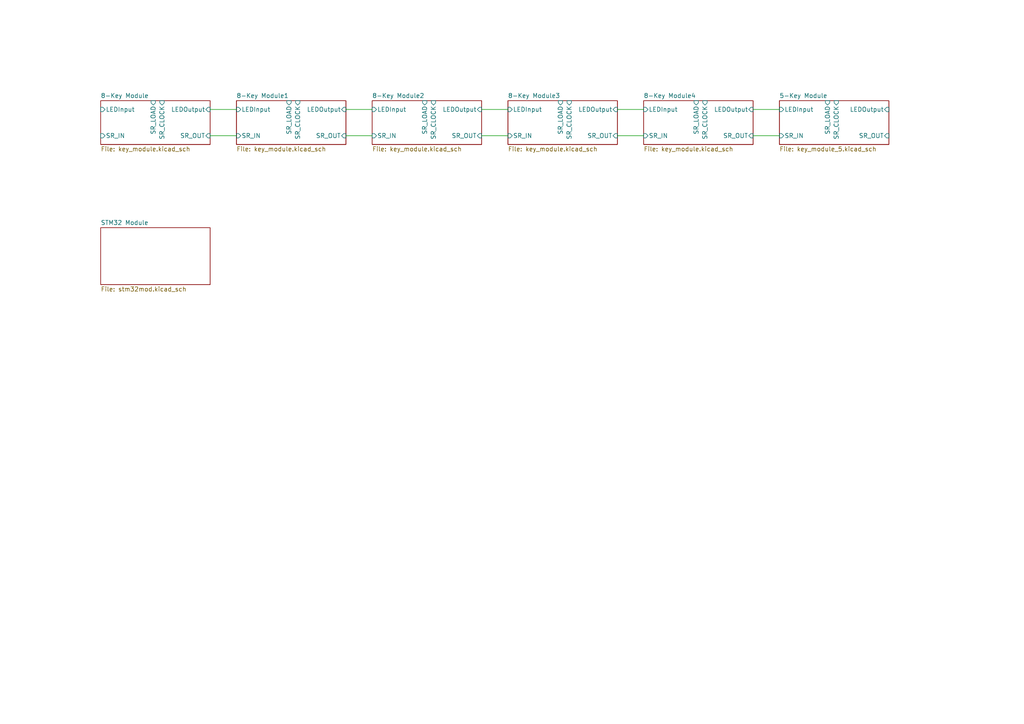
<source format=kicad_sch>
(kicad_sch (version 20230121) (generator eeschema)

  (uuid 05e2bc7b-1f51-4ab0-9190-209279dbbd1b)

  (paper "A4")

  (lib_symbols
  )


  (wire (pts (xy 179.07 31.75) (xy 186.69 31.75))
    (stroke (width 0) (type default))
    (uuid 01da290f-e20b-43a3-8e1b-096a1ca02c0b)
  )
  (wire (pts (xy 179.07 39.37) (xy 186.69 39.37))
    (stroke (width 0) (type default))
    (uuid 1c308838-303b-4f5a-901f-2bb257310927)
  )
  (wire (pts (xy 60.96 39.37) (xy 68.58 39.37))
    (stroke (width 0) (type default))
    (uuid 1e0ace55-19ea-4c68-9536-8d2a31c752e0)
  )
  (wire (pts (xy 100.33 31.75) (xy 107.95 31.75))
    (stroke (width 0) (type default))
    (uuid 27e7287d-1d6a-4521-b50d-7657aeeba704)
  )
  (wire (pts (xy 218.44 39.37) (xy 226.06 39.37))
    (stroke (width 0) (type default))
    (uuid 4614d4e4-f5bf-4835-b6b1-c405ba12dab4)
  )
  (wire (pts (xy 60.96 31.75) (xy 68.58 31.75))
    (stroke (width 0) (type default))
    (uuid 605f2ea3-80ac-496a-84c0-a59da4054a86)
  )
  (wire (pts (xy 218.44 31.75) (xy 226.06 31.75))
    (stroke (width 0) (type default))
    (uuid 6421c968-3d82-48a6-a914-cee354c955d0)
  )
  (wire (pts (xy 100.33 39.37) (xy 107.95 39.37))
    (stroke (width 0) (type default))
    (uuid 6518d96d-094a-440c-b5e0-23d1a87ddb53)
  )
  (wire (pts (xy 139.7 39.37) (xy 147.32 39.37))
    (stroke (width 0) (type default))
    (uuid eaae86b2-da4c-4f29-9267-2a8fede96973)
  )
  (wire (pts (xy 139.7 31.75) (xy 147.32 31.75))
    (stroke (width 0) (type default))
    (uuid ff4b800b-05c0-4833-96bb-a2f6611944df)
  )

  (sheet (at 186.69 29.21) (size 31.75 12.7) (fields_autoplaced)
    (stroke (width 0.1524) (type solid))
    (fill (color 0 0 0 0.0000))
    (uuid 1582c3de-543c-4343-bef4-d9d10feaf40b)
    (property "Sheetname" "8-Key Module4" (at 186.69 28.4984 0)
      (effects (font (size 1.27 1.27)) (justify left bottom))
    )
    (property "Sheetfile" "key_module.kicad_sch" (at 186.69 42.4946 0)
      (effects (font (size 1.27 1.27)) (justify left top))
    )
    (pin "LEDInput" input (at 186.69 31.75 180)
      (effects (font (size 1.27 1.27)) (justify left))
      (uuid 537ba903-a84b-4e45-84af-c947cde24489)
    )
    (pin "SR_OUT" input (at 218.44 39.37 0)
      (effects (font (size 1.27 1.27)) (justify right))
      (uuid d48827bf-befa-416a-b4e8-908ed077da37)
    )
    (pin "SR_IN" input (at 186.69 39.37 180)
      (effects (font (size 1.27 1.27)) (justify left))
      (uuid d6be545e-4cb3-4dbc-b2f2-4e4516716d15)
    )
    (pin "SR_LOAD" input (at 201.93 29.21 90)
      (effects (font (size 1.27 1.27)) (justify right))
      (uuid c3033515-fd49-4983-b379-0b174e0aff5d)
    )
    (pin "SR_CLOCK" input (at 204.47 29.21 90)
      (effects (font (size 1.27 1.27)) (justify right))
      (uuid 868483c2-9867-4363-90f4-df7bc2911d8f)
    )
    (pin "LEDOutput" input (at 218.44 31.75 0)
      (effects (font (size 1.27 1.27)) (justify right))
      (uuid c473725c-3b2f-433f-a4a0-1b5781ddd630)
    )
    (instances
      (project "PCB"
        (path "/d2f5552d-48c0-49b0-8e54-6764f47ed1da" (page "38"))
        (path "/d2f5552d-48c0-49b0-8e54-6764f47ed1da/5a7a16c1-b018-4a19-b382-77ab07b68c52" (page "32"))
      )
    )
  )

  (sheet (at 147.32 29.21) (size 31.75 12.7) (fields_autoplaced)
    (stroke (width 0.1524) (type solid))
    (fill (color 0 0 0 0.0000))
    (uuid 17e3b05e-637e-469f-afe7-d1a0032bff57)
    (property "Sheetname" "8-Key Module3" (at 147.32 28.4984 0)
      (effects (font (size 1.27 1.27)) (justify left bottom))
    )
    (property "Sheetfile" "key_module.kicad_sch" (at 147.32 42.4946 0)
      (effects (font (size 1.27 1.27)) (justify left top))
    )
    (pin "LEDInput" input (at 147.32 31.75 180)
      (effects (font (size 1.27 1.27)) (justify left))
      (uuid 54f3553d-2b6c-4a30-bce0-074ae45348c1)
    )
    (pin "SR_OUT" input (at 179.07 39.37 0)
      (effects (font (size 1.27 1.27)) (justify right))
      (uuid b3cf49f0-d6a1-4974-aea8-cdd40f086f22)
    )
    (pin "SR_IN" input (at 147.32 39.37 180)
      (effects (font (size 1.27 1.27)) (justify left))
      (uuid f1ca894b-166f-4738-a569-1c8e6f4b22c4)
    )
    (pin "SR_LOAD" input (at 162.56 29.21 90)
      (effects (font (size 1.27 1.27)) (justify right))
      (uuid 909d76ba-0794-49d9-bd34-20ce1ee76d69)
    )
    (pin "SR_CLOCK" input (at 165.1 29.21 90)
      (effects (font (size 1.27 1.27)) (justify right))
      (uuid f5a98961-348a-4ab1-974c-8f133e7d0a19)
    )
    (pin "LEDOutput" input (at 179.07 31.75 0)
      (effects (font (size 1.27 1.27)) (justify right))
      (uuid 8ddeb792-03d0-43a2-815c-4ce7bca6cc25)
    )
    (instances
      (project "PCB"
        (path "/d2f5552d-48c0-49b0-8e54-6764f47ed1da" (page "29"))
        (path "/d2f5552d-48c0-49b0-8e54-6764f47ed1da/5a7a16c1-b018-4a19-b382-77ab07b68c52" (page "16"))
      )
    )
  )

  (sheet (at 29.21 66.04) (size 31.75 16.51) (fields_autoplaced)
    (stroke (width 0.1524) (type solid))
    (fill (color 0 0 0 0.0000))
    (uuid 2030ad47-566c-4a6b-b217-7789d857619d)
    (property "Sheetname" "STM32 Module" (at 29.21 65.3284 0)
      (effects (font (size 1.27 1.27)) (justify left bottom))
    )
    (property "Sheetfile" "stm32mod.kicad_sch" (at 29.21 83.1346 0)
      (effects (font (size 1.27 1.27)) (justify left top))
    )
    (instances
      (project "PCB"
        (path "/d2f5552d-48c0-49b0-8e54-6764f47ed1da/5a7a16c1-b018-4a19-b382-77ab07b68c52" (page "54"))
      )
    )
  )

  (sheet (at 68.58 29.21) (size 31.75 12.7) (fields_autoplaced)
    (stroke (width 0.1524) (type solid))
    (fill (color 0 0 0 0.0000))
    (uuid 8a3a9d01-0728-4761-9204-28ad97bce56e)
    (property "Sheetname" "8-Key Module1" (at 68.58 28.4984 0)
      (effects (font (size 1.27 1.27)) (justify left bottom))
    )
    (property "Sheetfile" "key_module.kicad_sch" (at 68.58 42.4946 0)
      (effects (font (size 1.27 1.27)) (justify left top))
    )
    (pin "LEDInput" input (at 68.58 31.75 180)
      (effects (font (size 1.27 1.27)) (justify left))
      (uuid 61cdda91-1c48-41b6-884e-8909b07a23ac)
    )
    (pin "SR_OUT" input (at 100.33 39.37 0)
      (effects (font (size 1.27 1.27)) (justify right))
      (uuid b3b10872-64dd-49ab-b488-8537ab36560e)
    )
    (pin "SR_IN" input (at 68.58 39.37 180)
      (effects (font (size 1.27 1.27)) (justify left))
      (uuid afbd007a-682d-4d4b-83b8-37f2b8ba1038)
    )
    (pin "SR_LOAD" input (at 83.82 29.21 90)
      (effects (font (size 1.27 1.27)) (justify right))
      (uuid 5fef8b5c-167a-4559-a8f4-56d568efe908)
    )
    (pin "SR_CLOCK" input (at 86.36 29.21 90)
      (effects (font (size 1.27 1.27)) (justify right))
      (uuid 110c62df-af62-4602-a7c4-74045011d2c2)
    )
    (pin "LEDOutput" input (at 100.33 31.75 0)
      (effects (font (size 1.27 1.27)) (justify right))
      (uuid b4a8a094-30ff-4e50-8608-41f65b26c4c2)
    )
    (instances
      (project "PCB"
        (path "/d2f5552d-48c0-49b0-8e54-6764f47ed1da" (page "8"))
        (path "/d2f5552d-48c0-49b0-8e54-6764f47ed1da/5a7a16c1-b018-4a19-b382-77ab07b68c52" (page "42"))
      )
    )
  )

  (sheet (at 107.95 29.21) (size 31.75 12.7) (fields_autoplaced)
    (stroke (width 0.1524) (type solid))
    (fill (color 0 0 0 0.0000))
    (uuid a6a10d57-85b9-4087-8110-b18657c2ca5d)
    (property "Sheetname" "8-Key Module2" (at 107.95 28.4984 0)
      (effects (font (size 1.27 1.27)) (justify left bottom))
    )
    (property "Sheetfile" "key_module.kicad_sch" (at 107.95 42.4946 0)
      (effects (font (size 1.27 1.27)) (justify left top))
    )
    (pin "LEDInput" input (at 107.95 31.75 180)
      (effects (font (size 1.27 1.27)) (justify left))
      (uuid 92d49391-f64f-40df-935c-a68165c446ec)
    )
    (pin "SR_OUT" input (at 139.7 39.37 0)
      (effects (font (size 1.27 1.27)) (justify right))
      (uuid b41d6fc8-87eb-4b48-99d0-a64429f13b7e)
    )
    (pin "SR_IN" input (at 107.95 39.37 180)
      (effects (font (size 1.27 1.27)) (justify left))
      (uuid e7443e52-d9f7-48be-888a-f7d8e21c400a)
    )
    (pin "SR_LOAD" input (at 123.19 29.21 90)
      (effects (font (size 1.27 1.27)) (justify right))
      (uuid 68cc393f-a2c1-43e5-8824-6b6e9cd28ea1)
    )
    (pin "SR_CLOCK" input (at 125.73 29.21 90)
      (effects (font (size 1.27 1.27)) (justify right))
      (uuid d3842d3f-4f2e-4011-aeb7-1fd293368a77)
    )
    (pin "LEDOutput" input (at 139.7 31.75 0)
      (effects (font (size 1.27 1.27)) (justify right))
      (uuid d75cc60e-f679-456b-beab-3b2c2d515769)
    )
    (instances
      (project "PCB"
        (path "/d2f5552d-48c0-49b0-8e54-6764f47ed1da" (page "20"))
        (path "/d2f5552d-48c0-49b0-8e54-6764f47ed1da/5a7a16c1-b018-4a19-b382-77ab07b68c52" (page "15"))
      )
    )
  )

  (sheet (at 226.06 29.21) (size 31.75 12.7) (fields_autoplaced)
    (stroke (width 0.1524) (type solid))
    (fill (color 0 0 0 0.0000))
    (uuid b90356d4-6aa3-46f3-ae28-c6a10d128b09)
    (property "Sheetname" "5-Key Module" (at 226.06 28.4984 0)
      (effects (font (size 1.27 1.27)) (justify left bottom))
    )
    (property "Sheetfile" "key_module_5.kicad_sch" (at 226.06 42.4946 0)
      (effects (font (size 1.27 1.27)) (justify left top))
    )
    (pin "SR_IN" input (at 226.06 39.37 180)
      (effects (font (size 1.27 1.27)) (justify left))
      (uuid 86fb7d6c-7066-4e2f-a799-874940d30ce8)
    )
    (pin "SR_CLOCK" input (at 242.57 29.21 90)
      (effects (font (size 1.27 1.27)) (justify right))
      (uuid 9bcec0fe-a1a3-40e7-a53d-d97ca1a474e0)
    )
    (pin "SR_LOAD" input (at 240.03 29.21 90)
      (effects (font (size 1.27 1.27)) (justify right))
      (uuid 8b4e9b0b-e5b8-4259-b865-940ccebd7ee4)
    )
    (pin "LEDInput" input (at 226.06 31.75 180)
      (effects (font (size 1.27 1.27)) (justify left))
      (uuid 972b926d-2d95-4784-a331-742a13091a11)
    )
    (pin "SR_OUT" input (at 257.81 39.37 0)
      (effects (font (size 1.27 1.27)) (justify right))
      (uuid 1a98b518-551e-42d5-97fe-36b8e12073d2)
    )
    (pin "LEDOutput" input (at 257.81 31.75 0)
      (effects (font (size 1.27 1.27)) (justify right))
      (uuid 597f86d3-12a7-4cc6-80e3-13bf6159a194)
    )
    (instances
      (project "PCB"
        (path "/d2f5552d-48c0-49b0-8e54-6764f47ed1da" (page "47"))
        (path "/d2f5552d-48c0-49b0-8e54-6764f47ed1da/5a7a16c1-b018-4a19-b382-77ab07b68c52" (page "29"))
      )
    )
  )

  (sheet (at 29.21 29.21) (size 31.75 12.7) (fields_autoplaced)
    (stroke (width 0.1524) (type solid))
    (fill (color 0 0 0 0.0000))
    (uuid bf5ae46c-467f-4974-ac0b-0ca2949fecda)
    (property "Sheetname" "8-Key Module" (at 29.21 28.4984 0)
      (effects (font (size 1.27 1.27)) (justify left bottom))
    )
    (property "Sheetfile" "key_module.kicad_sch" (at 29.21 42.4946 0)
      (effects (font (size 1.27 1.27)) (justify left top))
    )
    (pin "LEDInput" input (at 29.21 31.75 180)
      (effects (font (size 1.27 1.27)) (justify left))
      (uuid bd5322a3-40ac-44f0-8091-b3471b529f06)
    )
    (pin "SR_OUT" input (at 60.96 39.37 0)
      (effects (font (size 1.27 1.27)) (justify right))
      (uuid 4abf09fb-1abd-46e4-b6f3-9db325edffdb)
    )
    (pin "SR_IN" input (at 29.21 39.37 180)
      (effects (font (size 1.27 1.27)) (justify left))
      (uuid db820638-3c00-48e0-90e2-1454005fe7cd)
    )
    (pin "SR_LOAD" input (at 44.45 29.21 90)
      (effects (font (size 1.27 1.27)) (justify right))
      (uuid 57eedc3d-a7c5-48bd-9213-633f6012660c)
    )
    (pin "SR_CLOCK" input (at 46.99 29.21 90)
      (effects (font (size 1.27 1.27)) (justify right))
      (uuid 2eaa781f-9bc3-4bcd-a553-9e3078b7ae38)
    )
    (pin "LEDOutput" input (at 60.96 31.75 0)
      (effects (font (size 1.27 1.27)) (justify right))
      (uuid 345cb36d-2b0e-426a-a033-df7f3261e49f)
    )
    (instances
      (project "PCB"
        (path "/d2f5552d-48c0-49b0-8e54-6764f47ed1da" (page "11"))
        (path "/d2f5552d-48c0-49b0-8e54-6764f47ed1da/5a7a16c1-b018-4a19-b382-77ab07b68c52" (page "54"))
      )
    )
  )
)

</source>
